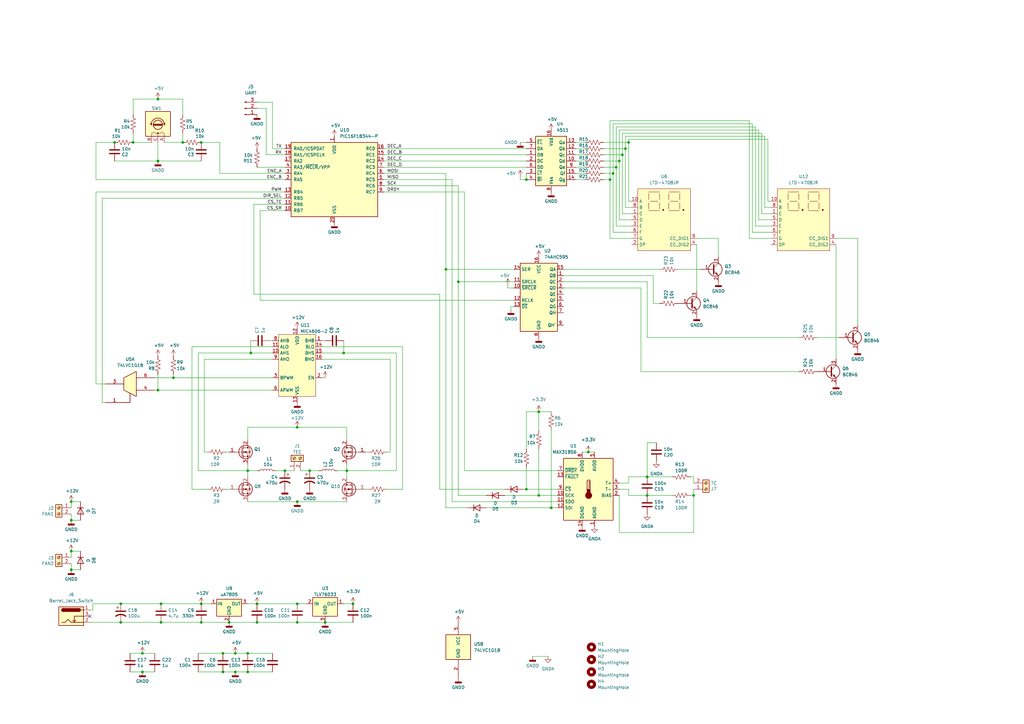
<source format=kicad_sch>
(kicad_sch (version 20231120) (generator "eeschema") (generator_version "8.0")
  (paper "A3")
  (junction (at 257.81 58.42))
  (junction (at 101.6 193.04))
  (junction (at 66.04 247.65))
  (junction (at 54.61 58.42))
  (junction (at 49.53 247.65))
  (junction (at 58.42 267.97))
  (junction (at 121.92 205.74))
  (junction (at 82.55 58.42))
  (junction (at 58.42 275.59))
  (junction (at 116.84 193.04))
  (junction (at 105.41 247.65))
  (junction (at 64.77 40.64))
  (junction (at 284.48 203.2))
  (junction (at 93.98 255.27))
  (junction (at 215.9 73.66))
  (junction (at 105.41 255.27))
  (junction (at 133.35 255.27))
  (junction (at 220.98 203.2))
  (junction (at 29.21 213.36))
  (junction (at 29.21 233.68))
  (junction (at 251.46 71.12))
  (junction (at 127 193.04))
  (junction (at 64.77 160.02))
  (junction (at 64.77 66.04))
  (junction (at 82.55 255.27))
  (junction (at 82.55 247.65))
  (junction (at 66.04 255.27))
  (junction (at 241.3 185.42))
  (junction (at 254 66.04))
  (junction (at 29.21 226.06))
  (junction (at 255.27 63.5))
  (junction (at 121.92 255.27))
  (junction (at 144.78 247.65))
  (junction (at 101.6 275.59))
  (junction (at 226.06 208.28))
  (junction (at 29.21 205.74))
  (junction (at 140.97 144.78))
  (junction (at 252.73 68.58))
  (junction (at 250.19 73.66))
  (junction (at 121.92 175.26))
  (junction (at 121.92 247.65))
  (junction (at 49.53 255.27))
  (junction (at 46.99 58.42))
  (junction (at 182.88 110.49))
  (junction (at 265.43 195.58))
  (junction (at 265.43 203.2))
  (junction (at 74.93 58.42))
  (junction (at 91.44 267.97))
  (junction (at 142.24 193.04))
  (junction (at 102.87 144.78))
  (junction (at 256.54 60.96))
  (junction (at 187.96 115.57))
  (junction (at 220.98 168.91))
  (junction (at 71.12 154.94))
  (junction (at 96.52 275.59))
  (junction (at 96.52 267.97))
  (junction (at 91.44 275.59))
  (junction (at 101.6 267.97))
  (junction (at 215.9 200.66))
  (no_connect (at 36.83 252.73))
  (wire (pts (xy 121.92 175.26) (xy 142.24 175.26)))
  (wire (pts (xy 257.81 58.42) (xy 257.81 82.55)))
  (wire (pts (xy 255.27 63.5) (xy 255.27 87.63)))
  (wire (pts (xy 105.41 68.58) (xy 116.84 68.58)))
  (wire (pts (xy 91.44 275.59) (xy 96.52 275.59)))
  (wire (pts (xy 142.24 190.5) (xy 142.24 193.04)))
  (wire (pts (xy 236.22 66.04) (xy 240.03 66.04)))
  (wire (pts (xy 284.48 200.66) (xy 284.48 203.2)))
  (wire (pts (xy 215.9 168.91) (xy 215.9 184.15)))
  (wire (pts (xy 92.71 200.66) (xy 93.98 200.66)))
  (wire (pts (xy 226.06 208.28) (xy 228.6 208.28)))
  (wire (pts (xy 312.42 87.63) (xy 312.42 54.61)))
  (wire (pts (xy 250.19 97.79) (xy 259.08 97.79)))
  (wire (pts (xy 231.14 115.57) (xy 265.43 115.57)))
  (wire (pts (xy 151.13 185.42) (xy 149.86 185.42)))
  (wire (pts (xy 78.74 142.24) (xy 111.76 142.24)))
  (wire (pts (xy 236.22 71.12) (xy 240.03 71.12)))
  (wire (pts (xy 342.9 97.79) (xy 351.79 97.79)))
  (wire (pts (xy 29.21 228.6) (xy 29.21 226.06)))
  (wire (pts (xy 63.5 160.02) (xy 64.77 160.02)))
  (wire (pts (xy 210.82 118.11) (xy 208.28 118.11)))
  (wire (pts (xy 101.6 175.26) (xy 121.92 175.26)))
  (wire (pts (xy 29.21 205.74) (xy 33.02 205.74)))
  (wire (pts (xy 215.9 200.66) (xy 228.6 200.66)))
  (wire (pts (xy 256.54 55.88) (xy 313.69 55.88)))
  (wire (pts (xy 307.34 97.79) (xy 307.34 49.53)))
  (wire (pts (xy 113.03 193.04) (xy 116.84 193.04)))
  (wire (pts (xy 162.56 193.04) (xy 142.24 193.04)))
  (wire (pts (xy 182.88 110.49) (xy 210.82 110.49)))
  (wire (pts (xy 39.37 78.74) (xy 39.37 157.48)))
  (wire (pts (xy 210.82 125.73) (xy 209.55 125.73)))
  (wire (pts (xy 157.48 68.58) (xy 215.9 68.58)))
  (wire (pts (xy 247.65 66.04) (xy 254 66.04)))
  (wire (pts (xy 83.82 185.42) (xy 85.09 185.42)))
  (wire (pts (xy 307.34 49.53) (xy 250.19 49.53)))
  (wire (pts (xy 54.61 40.64) (xy 64.77 40.64)))
  (wire (pts (xy 283.21 195.58) (xy 284.48 195.58)))
  (wire (pts (xy 265.43 195.58) (xy 275.59 195.58)))
  (wire (pts (xy 127 193.04) (xy 130.81 193.04)))
  (wire (pts (xy 247.65 58.42) (xy 257.81 58.42)))
  (wire (pts (xy 111.76 41.91) (xy 111.76 60.96)))
  (wire (pts (xy 262.89 118.11) (xy 262.89 152.4)))
  (wire (pts (xy 92.71 185.42) (xy 93.98 185.42)))
  (wire (pts (xy 257.81 198.12) (xy 254 198.12)))
  (wire (pts (xy 111.76 60.96) (xy 116.84 60.96)))
  (wire (pts (xy 38.1 250.19) (xy 36.83 250.19)))
  (wire (pts (xy 255.27 87.63) (xy 259.08 87.63)))
  (wire (pts (xy 41.91 81.28) (xy 41.91 165.1)))
  (wire (pts (xy 215.9 71.12) (xy 215.9 73.66)))
  (wire (pts (xy 185.42 73.66) (xy 185.42 205.74)))
  (wire (pts (xy 83.82 147.32) (xy 111.76 147.32)))
  (wire (pts (xy 257.81 195.58) (xy 257.81 198.12)))
  (wire (pts (xy 254 53.34) (xy 254 66.04)))
  (wire (pts (xy 38.1 250.19) (xy 38.1 247.65)))
  (wire (pts (xy 213.36 73.66) (xy 213.36 72.39)))
  (wire (pts (xy 96.52 267.97) (xy 91.44 267.97)))
  (wire (pts (xy 38.1 247.65) (xy 49.53 247.65)))
  (wire (pts (xy 39.37 73.66) (xy 39.37 58.42)))
  (wire (pts (xy 101.6 175.26) (xy 101.6 180.34)))
  (wire (pts (xy 158.75 200.66) (xy 165.1 200.66)))
  (wire (pts (xy 180.34 200.66) (xy 207.01 200.66)))
  (wire (pts (xy 106.68 86.36) (xy 116.84 86.36)))
  (wire (pts (xy 157.48 73.66) (xy 185.42 73.66)))
  (wire (pts (xy 149.86 200.66) (xy 151.13 200.66)))
  (wire (pts (xy 81.28 275.59) (xy 91.44 275.59)))
  (wire (pts (xy 101.6 193.04) (xy 101.6 190.5)))
  (wire (pts (xy 81.28 144.78) (xy 81.28 193.04)))
  (wire (pts (xy 81.28 267.97) (xy 91.44 267.97)))
  (wire (pts (xy 267.97 124.46) (xy 270.51 124.46)))
  (wire (pts (xy 64.77 160.02) (xy 111.76 160.02)))
  (wire (pts (xy 96.52 267.97) (xy 101.6 267.97)))
  (wire (pts (xy 259.08 85.09) (xy 256.54 85.09)))
  (wire (pts (xy 64.77 153.67) (xy 64.77 160.02)))
  (wire (pts (xy 247.65 60.96) (xy 256.54 60.96)))
  (wire (pts (xy 182.88 208.28) (xy 191.77 208.28)))
  (wire (pts (xy 247.65 73.66) (xy 250.19 73.66)))
  (wire (pts (xy 265.43 195.58) (xy 257.81 195.58)))
  (wire (pts (xy 228.6 193.04) (xy 190.5 193.04)))
  (wire (pts (xy 257.81 82.55) (xy 259.08 82.55)))
  (wire (pts (xy 121.92 255.27) (xy 133.35 255.27)))
  (wire (pts (xy 160.02 147.32) (xy 160.02 185.42)))
  (wire (pts (xy 250.19 73.66) (xy 250.19 97.79)))
  (wire (pts (xy 140.97 247.65) (xy 144.78 247.65)))
  (wire (pts (xy 64.77 40.64) (xy 74.93 40.64)))
  (wire (pts (xy 74.93 58.42) (xy 74.93 54.61)))
  (wire (pts (xy 309.88 92.71) (xy 309.88 52.07)))
  (wire (pts (xy 311.15 53.34) (xy 311.15 90.17)))
  (wire (pts (xy 308.61 50.8) (xy 308.61 95.25)))
  (wire (pts (xy 101.6 247.65) (xy 105.41 247.65)))
  (wire (pts (xy 82.55 58.42) (xy 90.17 58.42)))
  (wire (pts (xy 187.96 115.57) (xy 187.96 76.2)))
  (wire (pts (xy 162.56 144.78) (xy 162.56 193.04)))
  (wire (pts (xy 231.14 113.03) (xy 267.97 113.03)))
  (wire (pts (xy 49.53 247.65) (xy 66.04 247.65)))
  (wire (pts (xy 116.84 63.5) (xy 109.22 63.5)))
  (wire (pts (xy 284.48 203.2) (xy 283.21 203.2)))
  (wire (pts (xy 58.42 275.59) (xy 63.5 275.59)))
  (wire (pts (xy 102.87 139.7) (xy 102.87 144.78)))
  (wire (pts (xy 104.14 83.82) (xy 116.84 83.82)))
  (wire (pts (xy 254 218.44) (xy 284.48 218.44)))
  (wire (pts (xy 39.37 157.48) (xy 43.18 157.48)))
  (wire (pts (xy 267.97 124.46) (xy 267.97 113.03)))
  (wire (pts (xy 265.43 138.43) (xy 327.66 138.43)))
  (wire (pts (xy 335.28 138.43) (xy 344.17 138.43)))
  (wire (pts (xy 231.14 110.49) (xy 270.51 110.49)))
  (wire (pts (xy 78.74 200.66) (xy 85.09 200.66)))
  (wire (pts (xy 58.42 267.97) (xy 63.5 267.97)))
  (wire (pts (xy 109.22 44.45) (xy 105.41 44.45)))
  (wire (pts (xy 82.55 66.04) (xy 64.77 66.04)))
  (wire (pts (xy 29.21 210.82) (xy 29.21 213.36)))
  (wire (pts (xy 133.35 139.7) (xy 132.08 139.7)))
  (wire (pts (xy 66.04 255.27) (xy 82.55 255.27)))
  (wire (pts (xy 54.61 46.99) (xy 54.61 40.64)))
  (wire (pts (xy 66.04 247.65) (xy 82.55 247.65)))
  (wire (pts (xy 101.6 267.97) (xy 111.76 267.97)))
  (wire (pts (xy 314.96 82.55) (xy 316.23 82.55)))
  (wire (pts (xy 257.81 200.66) (xy 254 200.66)))
  (wire (pts (xy 257.81 57.15) (xy 314.96 57.15)))
  (wire (pts (xy 140.97 139.7) (xy 140.97 144.78)))
  (wire (pts (xy 254 53.34) (xy 311.15 53.34)))
  (wire (pts (xy 142.24 193.04) (xy 142.24 195.58)))
  (wire (pts (xy 182.88 71.12) (xy 157.48 71.12)))
  (wire (pts (xy 278.13 110.49) (xy 287.02 110.49)))
  (wire (pts (xy 257.81 203.2) (xy 257.81 200.66)))
  (wire (pts (xy 39.37 73.66) (xy 116.84 73.66)))
  (wire (pts (xy 29.21 231.14) (xy 29.21 233.68)))
  (wire (pts (xy 275.59 203.2) (xy 265.43 203.2)))
  (wire (pts (xy 210.82 123.19) (xy 106.68 123.19)))
  (wire (pts (xy 265.43 115.57) (xy 265.43 138.43)))
  (wire (pts (xy 251.46 50.8) (xy 251.46 71.12)))
  (wire (pts (xy 132.08 147.32) (xy 160.02 147.32)))
  (wire (pts (xy 308.61 95.25) (xy 316.23 95.25)))
  (wire (pts (xy 157.48 76.2) (xy 187.96 76.2)))
  (wire (pts (xy 67.31 58.42) (xy 74.93 58.42)))
  (wire (pts (xy 265.43 203.2) (xy 257.81 203.2)))
  (wire (pts (xy 121.92 247.65) (xy 125.73 247.65)))
  (wire (pts (xy 255.27 54.61) (xy 255.27 63.5)))
  (wire (pts (xy 218.44 269.24) (xy 224.79 269.24)))
  (wire (pts (xy 29.21 226.06) (xy 33.02 226.06)))
  (wire (pts (xy 46.99 66.04) (xy 64.77 66.04)))
  (wire (pts (xy 63.5 154.94) (xy 71.12 154.94)))
  (wire (pts (xy 109.22 63.5) (xy 109.22 44.45)))
  (wire (pts (xy 49.53 255.27) (xy 66.04 255.27)))
  (wire (pts (xy 351.79 97.79) (xy 351.79 133.35)))
  (wire (pts (xy 182.88 110.49) (xy 182.88 208.28)))
  (wire (pts (xy 165.1 142.24) (xy 132.08 142.24)))
  (wire (pts (xy 81.28 144.78) (xy 102.87 144.78)))
  (wire (pts (xy 250.19 49.53) (xy 250.19 73.66)))
  (wire (pts (xy 257.81 57.15) (xy 257.81 58.42)))
  (wire (pts (xy 213.36 58.42) (xy 215.9 58.42)))
  (wire (pts (xy 252.73 68.58) (xy 252.73 92.71)))
  (wire (pts (xy 256.54 60.96) (xy 256.54 85.09)))
  (wire (pts (xy 236.22 73.66) (xy 240.03 73.66)))
  (wire (pts (xy 265.43 181.61) (xy 269.24 181.61)))
  (wire (pts (xy 215.9 73.66) (xy 213.36 73.66)))
  (wire (pts (xy 138.43 193.04) (xy 142.24 193.04)))
  (wire (pts (xy 140.97 144.78) (xy 162.56 144.78)))
  (wire (pts (xy 285.75 97.79) (xy 294.64 97.79)))
  (wire (pts (xy 254 203.2) (xy 254 218.44)))
  (wire (pts (xy 165.1 142.24) (xy 165.1 200.66)))
  (wire (pts (xy 256.54 55.88) (xy 256.54 60.96)))
  (wire (pts (xy 252.73 52.07) (xy 252.73 68.58)))
  (wire (pts (xy 78.74 142.24) (xy 78.74 200.66)))
  (wire (pts (xy 284.48 218.44) (xy 284.48 203.2)))
  (wire (pts (xy 259.08 95.25) (xy 251.46 95.25)))
  (wire (pts (xy 265.43 195.58) (xy 265.43 181.61)))
  (wire (pts (xy 241.3 185.42) (xy 238.76 185.42)))
  (wire (pts (xy 62.23 58.42) (xy 54.61 58.42)))
  (wire (pts (xy 187.96 203.2) (xy 187.96 115.57)))
  (wire (pts (xy 247.65 63.5) (xy 255.27 63.5)))
  (wire (pts (xy 316.23 97.79) (xy 307.34 97.79)))
  (wire (pts (xy 132.08 144.78) (xy 140.97 144.78)))
  (wire (pts (xy 259.08 90.17) (xy 254 90.17)))
  (wire (pts (xy 41.91 165.1) (xy 43.18 165.1)))
  (wire (pts (xy 83.82 147.32) (xy 83.82 185.42)))
  (wire (pts (xy 90.17 71.12) (xy 116.84 71.12)))
  (wire (pts (xy 190.5 193.04) (xy 190.5 78.74)))
  (wire (pts (xy 101.6 275.59) (xy 111.76 275.59)))
  (wire (pts (xy 180.34 200.66) (xy 180.34 120.65)))
  (wire (pts (xy 101.6 205.74) (xy 121.92 205.74)))
  (wire (pts (xy 96.52 275.59) (xy 101.6 275.59)))
  (wire (pts (xy 208.28 118.11) (xy 208.28 116.84)))
  (wire (pts (xy 220.98 184.15) (xy 220.98 203.2)))
  (wire (pts (xy 182.88 71.12) (xy 182.88 110.49)))
  (wire (pts (xy 312.42 54.61) (xy 255.27 54.61)))
  (wire (pts (xy 104.14 120.65) (xy 104.14 83.82)))
  (wire (pts (xy 157.48 60.96) (xy 215.9 60.96)))
  (wire (pts (xy 142.24 175.26) (xy 142.24 180.34)))
  (wire (pts (xy 342.9 100.33) (xy 342.9 147.32)))
  (wire (pts (xy 226.06 168.91) (xy 220.98 168.91)))
  (wire (pts (xy 309.88 52.07) (xy 252.73 52.07)))
  (wire (pts (xy 71.12 153.67) (xy 71.12 154.94)))
  (wire (pts (xy 81.28 193.04) (xy 101.6 193.04)))
  (wire (pts (xy 33.02 233.68) (xy 29.21 233.68)))
  (wire (pts (xy 157.48 63.5) (xy 215.9 63.5)))
  (wire (pts (xy 157.48 66.04) (xy 215.9 66.04)))
  (wire (pts (xy 39.37 78.74) (xy 116.84 78.74)))
  (wire (pts (xy 215.9 191.77) (xy 215.9 200.66)))
  (wire (pts (xy 121.92 205.74) (xy 142.24 205.74)))
  (wire (pts (xy 102.87 144.78) (xy 111.76 144.78)))
  (wire (pts (xy 220.98 176.53) (xy 220.98 168.91)))
  (wire (pts (xy 243.84 185.42) (xy 241.3 185.42)))
  (wire (pts (xy 157.48 78.74) (xy 190.5 78.74)))
  (wire (pts (xy 247.65 68.58) (xy 252.73 68.58)))
  (wire (pts (xy 53.34 275.59) (xy 58.42 275.59)))
  (wire (pts (xy 187.96 115.57) (xy 210.82 115.57)))
  (wire (pts (xy 311.15 90.17) (xy 316.23 90.17)))
  (wire (pts (xy 236.22 68.58) (xy 240.03 68.58)))
  (wire (pts (xy 231.14 118.11) (xy 262.89 118.11)))
  (wire (pts (xy 93.98 255.27) (xy 105.41 255.27)))
  (wire (pts (xy 252.73 92.71) (xy 259.08 92.71)))
  (wire (pts (xy 247.65 71.12) (xy 251.46 71.12)))
  (wire (pts (xy 53.34 267.97) (xy 58.42 267.97)))
  (wire (pts (xy 101.6 193.04) (xy 101.6 195.58)))
  (wire (pts (xy 254 66.04) (xy 254 90.17)))
  (wire (pts (xy 185.42 205.74) (xy 228.6 205.74)))
  (wire (pts (xy 215.9 200.66) (xy 214.63 200.66)))
  (wire (pts (xy 133.35 255.27) (xy 144.78 255.27)))
  (wire (pts (xy 220.98 168.91) (xy 215.9 168.91)))
  (wire (pts (xy 41.91 81.28) (xy 116.84 81.28)))
  (wire (pts (xy 110.49 139.7) (xy 111.76 139.7)))
  (wire (pts (xy 105.41 247.65) (xy 121.92 247.65)))
  (wire (pts (xy 71.12 154.94) (xy 111.76 154.94)))
  (wire (pts (xy 199.39 208.28) (xy 226.06 208.28)))
  (wire (pts (xy 105.41 41.91) (xy 111.76 41.91)))
  (wire (pts (xy 123.19 193.04) (xy 127 193.04)))
  (wire (pts (xy 262.89 152.4) (xy 327.66 152.4)))
  (wire (pts (xy 209.55 125.73) (xy 209.55 127)))
  (wire (pts (xy 160.02 185.42) (xy 158.75 185.42)))
  (wire (pts (xy 236.22 60.96) (xy 240.03 60.96)))
  (wire (pts (xy 236.22 58.42) (xy 240.03 58.42)))
  (wire (pts (xy 133.35 154.94) (xy 132.08 154.94)))
  (wire (pts (xy 236.22 63.5) (xy 240.03 63.5)))
  (wire (pts (xy 313.69 85.09) (xy 316.23 85.09)))
  (wire (pts (xy 220.98 203.2) (xy 228.6 203.2)))
  (wire (pts (xy 251.46 71.12) (xy 251.46 95.25)))
  (wire (pts (xy 294.64 97.79) (xy 294.64 105.41)))
  (wire (pts (xy 33.02 213.36) (xy 29.21 213.36)))
  (wire (pts (xy 116.84 193.04) (xy 120.65 193.04)))
  (wire (pts (xy 106.68 123.19) (xy 106.68 86.36)))
  (wire (pts (xy 314.96 57.15) (xy 314.96 82.55)))
  (wire (pts (xy 285.75 100.33) (xy 285.75 119.38)))
  (wire (pts (xy 36.83 255.27) (xy 49.53 255.27)))
  (wire (pts (xy 74.93 40.64) (xy 74.93 46.99)))
  (wire (pts (xy 251.46 50.8) (xy 308.61 50.8)))
  (wire (pts (xy 101.6 193.04) (xy 105.41 193.04)))
  (wire (pts (xy 64.77 58.42) (xy 64.77 66.04)))
  (wire (pts (xy 39.37 58.42) (xy 46.99 58.42)))
  (wire (pts (xy 316.23 87.63) (xy 312.42 87.63)))
  (wire (pts (xy 180.34 120.65) (xy 104.14 120.65)))
  (wire (pts (xy 82.55 255.27) (xy 93.98 255.27)))
  (wire (pts (xy 54.61 58.42) (xy 54.61 54.61)))
  (wire (pts (xy 284.48 195.58) (xy 284.48 198.12)))
  (wire (pts (xy 29.21 208.28) (xy 29.21 205.74)))
  (wire (pts (xy 105.41 255.27) (xy 121.92 255.27)))
  (wire (pts (xy 90.17 58.42) (xy 90.17 71.12)))
  (wire (pts (xy 226.06 176.53) (xy 226.06 208.28)))
  (wire (pts (xy 313.69 55.88) (xy 313.69 85.09)))
  (wire (pts (xy 187.96 203.2) (xy 199.39 203.2)))
  (wire (pts (xy 207.01 203.2) (xy 220.98 203.2)))
  (wire (pts (xy 82.55 247.65) (xy 86.36 247.65)))
  (wire (pts (xy 316.23 92.71) (xy 309.88 92.71)))
  (label "MISO" (at 158.75 73.66 0))
  (label "TX" (at 115.57 60.96 180))
  (label "PWM" (at 115.57 78.74 180))
  (label "DEC_C" (at 158.75 66.04 0))
  (label "DEC_A" (at 158.75 60.96 0))
  (label "MOSI" (at 158.75 71.12 0))
  (label "DEC_D" (at 158.75 68.58 0))
  (label "RX" (at 115.57 63.5 180))
  (label "CS_SR" (at 115.57 86.36 180))
  (label "ENC_A" (at 115.57 71.12 180))
  (label "SCK" (at 158.75 76.2 0))
  (label "DIR_SEL" (at 115.57 81.28 180))
  (label "CS_TC" (at 115.57 83.82 180))
  (label "ENC_B" (at 115.57 73.66 180))
  (label "DRDY" (at 158.75 78.74 0))
  (label "DEC_B" (at 158.75 63.5 0))
  (symbol (lib_id "Device:L") (at 109.22 193.04 90) (unit 1)
    (property "Reference" "L1" (at 111.76 188.1886 90) (effects (justify left)))
    (property "Value" "10u" (at 111.76 190.5 90) (effects (justify left)))
    (property "Footprint" "Inductor_SMD:L_Wuerth_HCI-1890" (effects (hide yes)))
  )
  (symbol (lib_id "Connector:Screw_Terminal_01x02") (at 120.65 187.96 90) (unit 1)
    (property "Reference" "J1" (at 121.92 182.88 90))
    (property "Value" "TEC" (at 121.92 185.42 90))
    (property "Footprint" "TerminalBlock:TerminalBlock_bornier-2_P5.08mm" (effects (hide yes)))
  )
  (symbol (lib_id "Device:L") (at 134.62 193.04 90) (unit 1)
    (property "Reference" "L2" (at 133.4516 191.6938 0) (effects (justify left)))
    (property "Value" "10u" (at 135.763 191.6938 0) (effects (justify left)))
    (property "Footprint" "Inductor_SMD:L_Wuerth_HCI-1890" (effects (hide yes)))
  )
  (symbol (lib_id "Proofer_Project-rescue:CP1-Device") (at 116.84 196.85 0) (mirror y) (unit 1)
    (property "Reference" "C4" (at 113.919 195.6816 0) (effects (justify left)))
    (property "Value" "470u" (at 113.919 197.993 0) (effects (justify left)))
    (property "Footprint" "Capacitor_SMD:CP_Elec_10x10" (effects (hide yes)))
  )
  (symbol (lib_id "Proofer_Project-rescue:CP1-Device") (at 127 196.85 0) (unit 1)
    (property "Reference" "C5" (at 129.921 195.6816 0) (effects (justify left)))
    (property "Value" "470u" (at 129.921 197.993 0) (effects (justify left)))
    (property "Footprint" "Capacitor_SMD:CP_Elec_10x10" (effects (hide yes)))
  )
  (symbol (lib_id "power:+12V") (at 121.92 175.26 0) (unit 1)
    (property "Reference" "#PWR0107" (effects (hide yes)))
    (property "Value" "+12V" (at 121.92 171.45 0))
  )
  (symbol (lib_id "Device:D") (at 33.02 209.55 270) (unit 1)
    (property "Reference" "D7" (at 38.5318 209.55 0))
    (property "Value" "D" (at 36.2204 209.55 0))
    (property "Footprint" "Diode_SMD:D_SOD-123" (effects (hide yes)))
  )
  (symbol (lib_id "Connector:Screw_Terminal_01x02") (at 24.13 208.28 0) (mirror y) (unit 1)
    (property "Reference" "J2" (at 22.098 208.4832 0) (effects (justify left)))
    (property "Value" "FAN1" (at 22.098 210.7946 0) (effects (justify left)))
    (property "Footprint" "TerminalBlock:TerminalBlock_bornier-2_P5.08mm" (effects (hide yes)))
  )
  (symbol (lib_id "power:+12V") (at 29.21 205.74 0) (unit 1)
    (property "Reference" "#PWR0122" (effects (hide yes)))
    (property "Value" "+12V" (at 29.591 201.3458 0))
  )
  (symbol (lib_id "Device:D") (at 33.02 229.87 270) (unit 1)
    (property "Reference" "D8" (at 38.5318 229.87 0))
    (property "Value" "D" (at 36.2204 229.87 0))
    (property "Footprint" "Diode_SMD:D_SOD-123" (effects (hide yes)))
  )
  (symbol (lib_id "Connector:Screw_Terminal_01x02") (at 24.13 228.6 0) (mirror y) (unit 1)
    (property "Reference" "J3" (at 22.098 228.8032 0) (effects (justify left)))
    (property "Value" "FAN2" (at 22.098 231.1146 0) (effects (justify left)))
    (property "Footprint" "TerminalBlock:TerminalBlock_bornier-2_P5.08mm" (effects (hide yes)))
  )
  (symbol (lib_id "power:+12V") (at 29.21 226.06 0) (unit 1)
    (property "Reference" "#PWR0127" (effects (hide yes)))
    (property "Value" "+12V" (at 29.591 221.6658 0))
  )
  (symbol (lib_id "Device:R_US") (at 50.8 58.42 90) (unit 1)
    (property "Reference" "R1" (at 49.53 53.5686 90) (effects (justify left)))
    (property "Value" "10k" (at 49.53 55.88 90) (effects (justify left)))
    (property "Footprint" "Resistor_SMD:R_0805_2012Metric" (effects (hide yes)))
  )
  (symbol (lib_id "Device:R_US") (at 74.93 50.8 0) (mirror x) (unit 1)
    (property "Reference" "R5" (at 76.2 49.7586 0) (effects (justify left)))
    (property "Value" "10k" (at 76.2 52.07 0) (effects (justify left)))
    (property "Footprint" "Resistor_SMD:R_0805_2012Metric" (effects (hide yes)))
  )
  (symbol (lib_id "Device:R_US") (at 54.61 50.8 180) (unit 1)
    (property "Reference" "R4" (at 53.34 49.7586 0) (effects (justify left)))
    (property "Value" "10k" (at 53.34 52.07 0) (effects (justify left)))
    (property "Footprint" "Resistor_SMD:R_0805_2012Metric" (effects (hide yes)))
  )
  (symbol (lib_id "Device:R_US") (at 78.74 58.42 90) (unit 1)
    (property "Reference" "R10" (at 83.82 53.5686 90) (effects (justify left)))
    (property "Value" "10k" (at 83.82 55.88 90) (effects (justify left)))
    (property "Footprint" "Resistor_SMD:R_0805_2012Metric" (effects (hide yes)))
  )
  (symbol (lib_id "Device:C") (at 46.99 62.23 0) (mirror x) (unit 1)
    (property "Reference" "C2" (at 49.911 63.3984 0) (effects (justify left)))
    (property "Value" "10n" (at 49.911 61.087 0) (effects (justify left)))
    (property "Footprint" "Capacitor_SMD:C_0805_2012Metric" (effects (hide yes)))
  )
  (symbol (lib_id "Device:C") (at 82.55 62.23 180) (unit 1)
    (property "Reference" "C3" (at 79.629 63.3984 0) (effects (justify left)))
    (property "Value" "10n" (at 79.629 61.087 0) (effects (justify left)))
    (property "Footprint" "Capacitor_SMD:C_0805_2012Metric" (effects (hide yes)))
  )
  (symbol (lib_id "Device:C") (at 81.28 271.78 0) (mirror y) (unit 1)
    (property "Reference" "C1" (at 78.359 270.6116 0) (effects (justify left)))
    (property "Value" "100n" (at 78.359 272.923 0) (effects (justify left)))
    (property "Footprint" "Capacitor_SMD:C_0805_2012Metric" (effects (hide yes)))
  )
  (symbol (lib_id "Device:C") (at 91.44 271.78 0) (mirror y) (unit 1)
    (property "Reference" "C6" (at 88.519 270.6116 0) (effects (justify left)))
    (property "Value" "100n" (at 88.519 272.923 0) (effects (justify left)))
    (property "Footprint" "Capacitor_SMD:C_0805_2012Metric" (effects (hide yes)))
  )
  (symbol (lib_id "power:+5V") (at 96.52 267.97 0) (unit 1)
    (property "Reference" "#PWR0102" (effects (hide yes)))
    (property "Value" "+5V" (at 96.901 263.5758 0))
  )
  (symbol (lib_id "Proofer_Project-rescue:Rotary_Encoder-Device") (at 64.77 50.8 270) (mirror x) (unit 1)
    (property "Reference" "SW1" (at 62.23 44.45 90) (effects (justify left)))
    (property "Value" "Rotary_Encoder" (effects (hide yes)))
    (property "Footprint" "Rotary_Encoder:RotaryEncoder_Alps_EC11E-Switch_Vertical_H20mm" (effects (hide yes)))
  )
  (symbol (lib_id "Device:Q_NMOS_GDS") (at 99.06 200.66 0) (unit 1)
    (property "Reference" "Q8" (at 104.2416 199.4916 0) (effects (justify left)))
    (property "Value" "Q_NMOS_GDS" (effects (hide yes)))
    (property "Footprint" "Package_TO_SOT_SMD:TO-252-2" (effects (hide yes)))
  )
  (symbol (lib_id "Device:Q_NMOS_GDS") (at 144.78 200.66 0) (mirror y) (unit 1)
    (property "Reference" "Q10" (at 139.573 199.4916 0) (effects (justify left)))
    (property "Value" "Q_NMOS_GDS" (effects (hide yes)))
    (property "Footprint" "Package_TO_SOT_SMD:TO-252-2" (effects (hide yes)))
  )
  (symbol (lib_id "power:+5V") (at 64.77 40.64 0) (unit 1)
    (property "Reference" "#PWR0129" (effects (hide yes)))
    (property "Value" "+5V" (at 65.151 36.2458 0))
  )
  (symbol (lib_id "power:+12V") (at 82.55 247.65 0) (unit 1)
    (property "Reference" "#PWR0134" (effects (hide yes)))
    (property "Value" "+12V" (at 82.931 243.2558 0))
  )
  (symbol (lib_id "Device:C") (at 82.55 251.46 0) (mirror y) (unit 1)
    (property "Reference" "C9" (at 79.629 250.2916 0) (effects (justify left)))
    (property "Value" "330n" (at 79.629 252.603 0) (effects (justify left)))
    (property "Footprint" "Capacitor_SMD:C_0805_2012Metric" (effects (hide yes)))
  )
  (symbol (lib_id "Device:C") (at 105.41 251.46 0) (unit 1)
    (property "Reference" "C10" (at 108.331 250.2916 0) (effects (justify left)))
    (property "Value" "100n" (at 108.331 252.603 0) (effects (justify left)))
    (property "Footprint" "Capacitor_SMD:C_0805_2012Metric" (effects (hide yes)))
  )
  (symbol (lib_id "power:+5V") (at 105.41 247.65 0) (unit 1)
    (property "Reference" "#PWR0135" (effects (hide yes)))
    (property "Value" "+5V" (at 105.791 243.2558 0))
  )
  (symbol (lib_id "power:+5V") (at 137.16 55.88 0) (unit 1)
    (property "Reference" "#PWR0136" (effects (hide yes)))
    (property "Value" "+5V" (at 137.541 51.4858 0))
  )
  (symbol (lib_id "Device:R_US") (at 105.41 64.77 180) (unit 1)
    (property "Reference" "R11" (at 103.6828 65.9384 0) (effects (justify left)))
    (property "Value" "10k" (at 103.6828 63.627 0) (effects (justify left)))
    (property "Footprint" "Resistor_SMD:R_0805_2012Metric" (effects (hide yes)))
  )
  (symbol (lib_id "power:+5V") (at 105.41 60.96 0) (mirror y) (unit 1)
    (property "Reference" "#PWR0137" (effects (hide yes)))
    (property "Value" "+5V" (at 105.029 56.5658 0))
  )
  (symbol (lib_id "power:+5V") (at 226.06 53.34 0) (unit 1)
    (property "Reference" "#PWR0146" (effects (hide yes)))
    (property "Value" "+5V" (at 226.441 48.9458 0))
  )
  (symbol (lib_id "power:+5V") (at 213.36 72.39 0) (unit 1)
    (property "Reference" "#PWR0148" (effects (hide yes)))
    (property "Value" "+5V" (at 209.55 71.12 0))
  )
  (symbol (lib_id "Connector:Screw_Terminal_01x02") (at 289.56 200.66 0) (mirror x) (unit 1)
    (property "Reference" "J7" (at 291.592 200.4568 0) (effects (justify left)))
    (property "Value" "TC" (at 291.592 198.1454 0) (effects (justify left)))
    (property "Footprint" "TerminalBlock:TerminalBlock_bornier-2_P5.08mm" (effects (hide yes)))
  )
  (symbol (lib_id "Device:R_US") (at 274.32 124.46 90) (unit 1)
    (property "Reference" "R22" (at 273.1516 122.7328 0) (effects (justify left)))
    (property "Value" "10k" (at 275.463 122.7328 0) (effects (justify left)))
    (property "Footprint" "Resistor_SMD:R_0805_2012Metric" (effects (hide yes)))
  )
  (symbol (lib_id "Device:R_US") (at 274.32 110.49 90) (unit 1)
    (property "Reference" "R23" (at 273.1516 108.7628 0) (effects (justify left)))
    (property "Value" "10k" (at 275.463 108.7628 0) (effects (justify left)))
    (property "Footprint" "Resistor_SMD:R_0805_2012Metric" (effects (hide yes)))
  )
  (symbol (lib_id "Device:R_US") (at 331.47 152.4 90) (unit 1)
    (property "Reference" "R24" (at 330.3016 150.6728 0) (effects (justify left)))
    (property "Value" "10k" (at 332.613 150.6728 0) (effects (justify left)))
    (property "Footprint" "Resistor_SMD:R_0805_2012Metric" (effects (hide yes)))
  )
  (symbol (lib_id "Device:R_US") (at 331.47 138.43 90) (unit 1)
    (property "Reference" "R25" (at 330.3016 136.7028 0) (effects (justify left)))
    (property "Value" "10k" (at 332.613 136.7028 0) (effects (justify left)))
    (property "Footprint" "Resistor_SMD:R_0805_2012Metric" (effects (hide yes)))
  )
  (symbol (lib_id "Device:R_US") (at 243.84 58.42 90) (unit 1)
    (property "Reference" "R15" (at 241.3 57.15 90) (effects (justify left)))
    (property "Value" "R_US" (effects (hide yes)))
    (property "Footprint" "Resistor_SMD:R_0805_2012Metric" (effects (hide yes)))
  )
  (symbol (lib_id "Device:R_US") (at 243.84 60.96 90) (unit 1)
    (property "Reference" "R16" (at 241.3 59.69 90) (effects (justify left)))
    (property "Value" "R_US" (effects (hide yes)))
    (property "Footprint" "Resistor_SMD:R_0805_2012Metric" (effects (hide yes)))
  )
  (symbol (lib_id "Device:R_US") (at 243.84 63.5 90) (unit 1)
    (property "Reference" "R17" (at 241.3 62.23 90) (effects (justify left)))
    (property "Value" "R_US" (effects (hide yes)))
    (property "Footprint" "Resistor_SMD:R_0805_2012Metric" (effects (hide yes)))
  )
  (symbol (lib_id "Device:R_US") (at 243.84 66.04 90) (unit 1)
    (property "Reference" "R18" (at 241.3 64.77 90) (effects (justify left)))
    (property "Value" "R_US" (effects (hide yes)))
    (property "Footprint" "Resistor_SMD:R_0805_2012Metric" (effects (hide yes)))
  )
  (symbol (lib_id "Device:R_US") (at 243.84 68.58 90) (unit 1)
    (property "Reference" "R19" (at 241.3 67.31 90) (effects (justify left)))
    (property "Value" "R_US" (effects (hide yes)))
    (property "Footprint" "Resistor_SMD:R_0805_2012Metric" (effects (hide yes)))
  )
  (symbol (lib_id "Device:R_US") (at 243.84 71.12 90) (unit 1)
    (property "Reference" "R20" (at 241.3 69.85 90) (effects (justify left)))
    (property "Value" "R_US" (effects (hide yes)))
    (property "Footprint" "Resistor_SMD:R_0805_2012Metric" (effects (hide yes)))
  )
  (symbol (lib_id "Device:R_US") (at 243.84 73.66 90) (unit 1)
    (property "Reference" "R21" (at 241.3 72.39 90) (effects (justify left)))
    (property "Value" "R_US" (effects (hide yes)))
    (property "Footprint" "Resistor_SMD:R_0805_2012Metric" (effects (hide yes)))
  )
  (symbol (lib_id "Connector:Conn_01x03_Pin") (at 100.33 44.45 0) (mirror x) (unit 1)
    (property "Reference" "J5" (at 102.87 35.56 0))
    (property "Value" "UART" (at 102.87 38.1 0))
    (property "Footprint" "Connector_PinHeader_2.54mm:PinHeader_1x03_P2.54mm_Horizontal" (effects (hide yes)))
  )
  (symbol (lib_id "power:+5V") (at 208.28 116.84 0) (unit 1)
    (property "Reference" "#PWR023" (effects (hide yes)))
    (property "Value" "+5V" (at 207.01 113.03 0))
  )
  (symbol (lib_id "74xx:74AHC595") (at 220.98 120.65 0) (unit 1)
    (property "Reference" "U2" (at 223.1741 102.87 0) (effects (justify left)))
    (property "Value" "74AHC595" (at 223.1741 105.41 0) (effects (justify left)))
    (property "Footprint" "Package_SO:SOIC-16_3.9x9.9mm_P1.27mm" (effects (hide yes)))
    (property "Datasheet" "https://assets.nexperia.com/documents/data-sheet/74AHC_AHCT595.pdf" (effects (hide yes)))
  )
  (symbol (lib_id "Device:C") (at 265.43 199.39 0) (mirror x) (unit 1)
    (property "Reference" "C15" (at 268.351 200.5584 0) (effects (justify left)))
    (property "Value" "100n" (at 268.351 198.247 0) (effects (justify left)))
    (property "Footprint" "Capacitor_SMD:C_0805_2012Metric" (effects (hide yes)))
  )
  (symbol (lib_id "power:GNDD") (at 226.06 78.74 0) (unit 1)
    (property "Reference" "#PWR033" (effects (hide yes)))
    (property "Value" "GNDD" (at 226.06 82.55 0))
  )
  (symbol (lib_id "power:GNDD") (at 218.44 269.24 0) (unit 1)
    (property "Reference" "#PWR039" (effects (hide yes)))
    (property "Value" "GNDD" (at 218.44 273.05 0))
  )
  (symbol (lib_id "Device:D") (at 210.82 200.66 0) (mirror x) (unit 1)
    (property "Reference" "D3" (at 210.82 206.1718 0))
    (property "Value" "D" (at 210.82 203.8604 0))
    (property "Footprint" "Diode_SMD:D_SOD-123" (effects (hide yes)))
  )
  (symbol (lib_id "power:GNDD") (at 285.75 129.54 0) (unit 1)
    (property "Reference" "#PWR036" (effects (hide yes)))
    (property "Value" "GNDD" (at 285.75 133.35 0))
  )
  (symbol (lib_id "power:GNDD") (at 29.21 213.36 0) (unit 1)
    (property "Reference" "#PWR05" (effects (hide yes)))
    (property "Value" "GNDD" (at 29.21 217.17 0))
  )
  (symbol (lib_id "1_CUSTOM:TLV76033") (at 133.35 247.65 0) (unit 1)
    (property "Reference" "U3" (at 133.35 241.3 0))
    (property "Value" "TLV76033" (at 133.35 243.84 0))
    (property "Footprint" "Package_TO_SOT_SMD:SOT-23" (effects (hide yes)))
  )
  (symbol (lib_id "Device:D") (at 203.2 203.2 0) (mirror x) (unit 1)
    (property "Reference" "D5" (at 203.2 208.7118 0))
    (property "Value" "D" (at 203.2 206.4004 0))
    (property "Footprint" "Diode_SMD:D_SOD-123" (effects (hide yes)))
  )
  (symbol (lib_id "74xGxx:74LVC1G18") (at 187.96 265.43 0) (unit 2)
    (property "Reference" "U5" (at 194.31 264.16 0) (effects (justify left)))
    (property "Value" "74LVC1G18" (at 194.31 266.7 0) (effects (justify left)))
    (property "Footprint" "Package_TO_SOT_SMD:SOT-23-6" (effects (hide yes)))
    (property "Datasheet" "http://www.ti.com/lit/sg/scyt129e/scyt129e.pdf" (effects (hide yes)))
  )
  (symbol (lib_id "Device:R_US") (at 226.06 172.72 0) (unit 1)
    (property "Reference" "R6" (at 227.33 171.45 0) (effects (justify left)))
    (property "Value" "10k" (at 227.33 173.99 0) (effects (justify left)))
    (property "Footprint" "Resistor_SMD:R_0805_2012Metric" (effects (hide yes)))
  )
  (symbol (lib_id "Mechanical:MountingHole") (at 242.57 275.59 0) (unit 1)
    (property "Reference" "H3" (at 245.11 274.32 0) (effects (justify left)))
    (property "Value" "MountingHole" (at 245.11 276.86 0) (effects (justify left)))
    (property "Footprint" "MountingHole:MountingHole_3.2mm_M3" (effects (hide yes)))
  )
  (symbol (lib_id "Device:Q_NMOS_GDS") (at 99.06 185.42 0) (unit 1)
    (property "Reference" "Q1" (at 104.2416 184.2516 0) (effects (justify left)))
    (property "Value" "Q_NMOS_GDS" (effects (hide yes)))
    (property "Footprint" "Package_TO_SOT_SMD:TO-252-2" (effects (hide yes)))
  )
  (symbol (lib_id "power:GNDD") (at 105.41 46.99 0) (unit 1)
    (property "Reference" "#PWR030" (effects (hide yes)))
    (property "Value" "GNDD" (at 105.41 50.8 0))
  )
  (symbol (lib_id "Device:R_US") (at 88.9 200.66 90) (unit 1)
    (property "Reference" "R3" (at 90.17 203.2 90) (effects (justify left)))
    (property "Value" "2R" (at 90.17 205.74 90) (effects (justify left)))
    (property "Footprint" "Resistor_SMD:R_0805_2012Metric" (effects (hide yes)))
  )
  (symbol (lib_id "Mechanical:MountingHole") (at 242.57 265.43 0) (unit 1)
    (property "Reference" "H1" (at 245.11 264.16 0) (effects (justify left)))
    (property "Value" "MountingHole" (at 245.11 266.7 0) (effects (justify left)))
    (property "Footprint" "MountingHole:MountingHole_3.2mm_M3" (effects (hide yes)))
  )
  (symbol (lib_id "power:+5V") (at 64.77 146.05 0) (unit 1)
    (property "Reference" "#PWR01" (effects (hide yes)))
    (property "Value" "+5V" (at 65.151 141.6558 0))
  )
  (symbol (lib_id "MCU_Microchip_PIC16:PIC16F18344-P") (at 137.16 73.66 0) (unit 1)
    (property "Reference" "U10" (at 139.3541 53.34 0) (effects (justify left)))
    (property "Value" "PIC16F18344-P" (at 139.3541 55.88 0) (effects (justify left)))
    (property "Footprint" "Package_DIP:DIP-20_W7.62mm" (effects (hide yes)))
    (property "Datasheet" "http://ww1.microchip.com/downloads/en/devicedoc/40001800a.pdf" (effects (hide yes)))
  )
  (symbol (lib_id "Transistor_BJT:BC846") (at 292.1 110.49 0) (unit 1)
    (property "Reference" "Q3" (at 297.18 109.22 0) (effects (justify left)))
    (property "Value" "BC846" (at 297.18 111.76 0) (effects (justify left)))
    (property "Footprint" "Package_TO_SOT_SMD:SOT-23" (effects (hide yes)))
    (property "Datasheet" "https://assets.nexperia.com/documents/data-sheet/BC846_SER.pdf" (effects (hide yes)))
  )
  (symbol (lib_id "power:GNDD") (at 187.96 278.13 0) (unit 1)
    (property "Reference" "#PWR011" (effects (hide yes)))
    (property "Value" "GNDD" (at 187.96 281.94 0))
  )
  (symbol (lib_id "Device:C") (at 144.78 251.46 0) (unit 1)
    (property "Reference" "C12" (at 147.701 250.2916 0) (effects (justify left)))
    (property "Value" "100n" (at 147.701 252.603 0) (effects (justify left)))
    (property "Footprint" "Capacitor_SMD:C_0805_2012Metric" (effects (hide yes)))
  )
  (symbol (lib_id "Device:R_US") (at 279.4 195.58 270) (mirror x) (unit 1)
    (property "Reference" "R13" (at 276.86 190.5 90) (effects (justify left)))
    (property "Value" "100R" (at 276.86 193.04 90) (effects (justify left)))
    (property "Footprint" "Resistor_SMD:R_0805_2012Metric" (effects (hide yes)))
  )
  (symbol (lib_id "Device:C") (at 265.43 207.01 0) (mirror x) (unit 1)
    (property "Reference" "C19" (at 268.351 208.1784 0) (effects (justify left)))
    (property "Value" "10n" (at 268.351 205.867 0) (effects (justify left)))
    (property "Footprint" "Capacitor_SMD:C_0805_2012Metric" (effects (hide yes)))
  )
  (symbol (lib_id "74xGxx:74LVC1G18") (at 53.34 157.48 0) (unit 1)
    (property "Reference" "U5" (at 53.34 147.32 0))
    (property "Value" "74LVC1G18" (at 53.34 149.86 0))
    (property "Footprint" "Package_TO_SOT_SMD:SOT-23-6" (effects (hide yes)))
    (property "Datasheet" "http://www.ti.com/lit/sg/scyt129e/scyt129e.pdf" (effects (hide yes)))
  )
  (symbol (lib_id "Device:C") (at 269.24 185.42 0) (mirror x) (unit 1)
    (property "Reference" "C20" (at 272.161 186.5884 0) (effects (justify left)))
    (property "Value" "10n" (at 272.161 184.277 0) (effects (justify left)))
    (property "Footprint" "Capacitor_SMD:C_0805_2012Metric" (effects (hide yes)))
  )
  (symbol (lib_id "Device:Q_NMOS_GDS") (at 144.78 185.42 0) (mirror y) (unit 1)
    (property "Reference" "Q2" (at 139.573 184.2516 0) (effects (justify left)))
    (property "Value" "Q_NMOS_GDS" (effects (hide yes)))
    (property "Footprint" "Package_TO_SOT_SMD:TO-252-2" (effects (hide yes)))
  )
  (symbol (lib_id "power:GNDD") (at 93.98 255.27 0) (unit 1)
    (property "Reference" "#PWR014" (effects (hide yes)))
    (property "Value" "GNDD" (at 93.98 259.08 0))
  )
  (symbol (lib_id "power:+3.3V") (at 220.98 168.91 0) (mirror y) (unit 1)
    (property "Reference" "#PWR013" (effects (hide yes)))
    (property "Value" "+3.3V" (at 220.98 163.83 0))
  )
  (symbol (lib_id "Device:R_US") (at 279.4 203.2 270) (mirror x) (unit 1)
    (property "Reference" "R14" (at 276.86 205.74 90) (effects (justify left)))
    (property "Value" "100R" (at 276.86 208.28 90) (effects (justify left)))
    (property "Footprint" "Resistor_SMD:R_0805_2012Metric" (effects (hide yes)))
  )
  (symbol (lib_id "Connector:Barrel_Jack_Switch") (at 29.21 252.73 0) (unit 1)
    (property "Reference" "J6" (at 29.21 243.84 0))
    (property "Value" "Barrel_Jack_Switch" (at 29.21 246.38 0))
    (property "Footprint" "1_CUSTOM:RASM10PS" (effects (hide yes)))
  )
  (symbol (lib_id "power:GNDA") (at 269.24 189.23 0) (unit 1)
    (property "Reference" "#PWR020" (effects (hide yes)))
    (property "Value" "GNDA" (at 269.24 194.31 0))
  )
  (symbol (lib_id "Transistor_BJT:BC846") (at 349.25 138.43 0) (unit 1)
    (property "Reference" "Q5" (at 354.33 137.16 0) (effects (justify left)))
    (property "Value" "BC846" (at 354.33 139.7 0) (effects (justify left)))
    (property "Footprint" "Package_TO_SOT_SMD:SOT-23" (effects (hide yes)))
    (property "Datasheet" "https://assets.nexperia.com/documents/data-sheet/BC846_SER.pdf" (effects (hide yes)))
  )
  (symbol (lib_id "Device:C") (at 101.6 271.78 0) (mirror y) (unit 1)
    (property "Reference" "C13" (at 98.679 270.6116 0) (effects (justify left)))
    (property "Value" "100n" (at 98.679 272.923 0) (effects (justify left)))
    (property "Footprint" "Capacitor_SMD:C_0805_2012Metric" (effects (hide yes)))
  )
  (symbol (lib_id "power:+12V") (at 121.92 134.62 0) (unit 1)
    (property "Reference" "#PWR02" (effects (hide yes)))
    (property "Value" "+12V" (at 122.301 130.2258 0))
  )
  (symbol (lib_id "Device:C") (at 111.76 271.78 0) (mirror y) (unit 1)
    (property "Reference" "C16" (at 108.839 270.6116 0) (effects (justify left)))
    (property "Value" "100n" (at 108.839 272.923 0) (effects (justify left)))
    (property "Footprint" "Capacitor_SMD:C_0805_2012Metric" (effects (hide yes)))
  )
  (symbol (lib_id "Device:R_US") (at 88.9 185.42 90) (unit 1)
    (property "Reference" "R2" (at 90.17 187.96 90) (effects (justify left)))
    (property "Value" "10R" (at 90.17 190.5 90) (effects (justify left)))
    (property "Footprint" "Resistor_SMD:R_0805_2012Metric" (effects (hide yes)))
  )
  (symbol (lib_id "Mechanical:MountingHole") (at 242.57 270.51 0) (unit 1)
    (property "Reference" "H2" (at 245.11 269.24 0) (effects (justify left)))
    (property "Value" "MountingHole" (at 245.11 271.78 0) (effects (justify left)))
    (property "Footprint" "MountingHole:MountingHole_3.2mm_M3" (effects (hide yes)))
  )
  (symbol (lib_id "power:GNDD") (at 127 200.66 0) (unit 1)
    (property "Reference" "#PWR028" (effects (hide yes)))
    (property "Value" "GNDD" (at 127 204.47 0))
  )
  (symbol (lib_id "Sensor_Temperature:MAX31856") (at 241.3 200.66 0) (mirror y) (unit 1)
    (property "Reference" "U1" (at 236.5659 182.88 0) (effects (justify left)))
    (property "Value" "MAX31856" (at 236.5659 185.42 0) (effects (justify left)))
    (property "Footprint" "Package_SO:TSSOP-14_4.4x5mm_P0.65mm" (effects (hide yes)))
    (property "Datasheet" "https://datasheets.maximintegrated.com/en/ds/MAX31856.pdf" (effects (hide yes)))
  )
  (symbol (lib_id "power:+12V") (at 58.42 267.97 0) (unit 1)
    (property "Reference" "#PWR08" (effects (hide yes)))
    (property "Value" "+12V" (at 58.801 263.5758 0))
  )
  (symbol (lib_id "Device:D") (at 195.58 208.28 0) (mirror x) (unit 1)
    (property "Reference" "D4" (at 195.58 213.7918 0))
    (property "Value" "D" (at 195.58 211.4804 0))
    (property "Footprint" "Diode_SMD:D_SOD-123" (effects (hide yes)))
  )
  (symbol (lib_id "power:GNDD") (at 137.16 91.44 0) (unit 1)
    (property "Reference" "#PWR032" (effects (hide yes)))
    (property "Value" "GNDD" (at 137.16 95.25 0))
  )
  (symbol (lib_id "Device:C") (at 106.68 139.7 90) (unit 1)
    (property "Reference" "C7" (at 105.5116 136.779 0) (effects (justify left)))
    (property "Value" "1u" (at 107.823 136.779 0) (effects (justify left)))
    (property "Footprint" "Capacitor_SMD:C_0805_2012Metric" (effects (hide yes)))
  )
  (symbol (lib_id "power:GNDD") (at 220.98 138.43 0) (unit 1)
    (property "Reference" "#PWR035" (effects (hide yes)))
    (property "Value" "GNDD" (at 220.98 142.24 0))
  )
  (symbol (lib_id "Device:R_US") (at 154.94 185.42 90) (unit 1)
    (property "Reference" "R26" (at 156.21 187.96 90) (effects (justify left)))
    (property "Value" "10R" (at 156.21 190.5 90) (effects (justify left)))
    (property "Footprint" "Resistor_SMD:R_0805_2012Metric" (effects (hide yes)))
  )
  (symbol (lib_id "Device:C") (at 53.34 271.78 0) (unit 1)
    (property "Reference" "C17" (at 56.261 270.6116 0) (effects (justify left)))
    (property "Value" "1u" (at 56.261 272.923 0) (effects (justify left)))
    (property "Footprint" "Capacitor_SMD:C_0805_2012Metric" (effects (hide yes)))
  )
  (symbol (lib_id "power:GNDD") (at 351.79 143.51 0) (unit 1)
    (property "Reference" "#PWR037" (effects (hide yes)))
    (property "Value" "GNDD" (at 351.79 147.32 0))
  )
  (symbol (lib_id "Device:C") (at 66.04 251.46 0) (unit 1)
    (property "Reference" "C14" (at 68.961 250.2916 0) (effects (justify left)))
    (property "Value" "4.7u" (at 68.961 252.603 0) (effects (justify left)))
    (property "Footprint" "Capacitor_SMD:C_0805_2012Metric" (effects (hide yes)))
  )
  (symbol (lib_id "power:+12V") (at 133.35 154.94 0) (unit 1)
    (property "Reference" "#PWR04" (effects (hide yes)))
    (property "Value" "+12V" (at 133.731 150.5458 0))
  )
  (symbol (lib_id "1_CUSTOM:LTD-4708JR") (at 330.2 82.55 0) (unit 1)
    (property "Reference" "U12" (at 329.565 72.39 0))
    (property "Value" "LTD-4708JR" (at 329.565 74.93 0))
    (property "Footprint" "1_CUSTOM:LTD-4708JR" (effects (hide yes)))
  )
  (symbol (lib_id "power:GNDD") (at 116.84 200.66 0) (unit 1)
    (property "Reference" "#PWR027" (effects (hide yes)))
    (property "Value" "GNDD" (at 116.84 204.47 0))
  )
  (symbol (lib_id "power:GNDA") (at 265.43 210.82 0) (unit 1)
    (property "Reference" "#PWR019" (effects (hide yes)))
    (property "Value" "GNDA" (at 265.43 215.9 0))
  )
  (symbol (lib_id "1_CUSTOM:LTD-4708JR") (at 273.05 82.55 0) (unit 1)
    (property "Reference" "U6" (at 272.415 72.39 0))
    (property "Value" "LTD-4708JR" (at 272.415 74.93 0))
    (property "Footprint" "1_CUSTOM:LTD-4708JR" (effects (hide yes)))
  )
  (symbol (lib_id "power:GNDD") (at 29.21 233.68 0) (unit 1)
    (property "Reference" "#PWR017" (effects (hide yes)))
    (property "Value" "GNDD" (at 29.21 237.49 0))
  )
  (symbol (lib_id "power:GNDD") (at 342.9 157.48 0) (unit 1)
    (property "Reference" "#PWR038" (effects (hide yes)))
    (property "Value" "GNDD" (at 342.9 161.29 0))
  )
  (symbol (lib_id "Regulator_Linear:uA7805") (at 93.98 247.65 0) (unit 1)
    (property "Reference" "U9" (at 93.98 241.3 0))
    (property "Value" "uA7805" (at 93.98 243.84 0))
    (property "Footprint" "Package_TO_SOT_SMD:SOT-223" (effects (hide yes)))
    (property "Datasheet" "http://www.ti.com/lit/ds/symlink/ua78.pdf" (effects (hide yes)))
  )
  (symbol (lib_id "Transistor_BJT:BC846") (at 340.36 152.4 0) (unit 1)
    (property "Reference" "Q6" (at 345.44 151.13 0) (effects (justify left)))
    (property "Value" "BC846" (at 345.44 153.67 0) (effects (justify left)))
    (property "Footprint" "Package_TO_SOT_SMD:SOT-23" (effects (hide yes)))
    (property "Datasheet" "https://assets.nexperia.com/documents/data-sheet/BC846_SER.pdf" (effects (hide yes)))
  )
  (symbol (lib_id "power:GNDD") (at 209.55 127 0) (unit 1)
    (property "Reference" "#PWR034" (effects (hide yes)))
    (property "Value" "GNDD" (at 209.55 130.81 0))
  )
  (symbol (lib_id "Device:C") (at 137.16 139.7 90) (unit 1)
    (property "Reference" "C8" (at 135.9916 136.779 0) (effects (justify left)))
    (property "Value" "1u" (at 138.303 136.779 0) (effects (justify left)))
    (property "Footprint" "Capacitor_SMD:C_0805_2012Metric" (effects (hide yes)))
  )
  (symbol (lib_id "Device:C") (at 121.92 251.46 0) (mirror y) (unit 1)
    (property "Reference" "C11" (at 118.999 250.2916 0) (effects (justify left)))
    (property "Value" "100n" (at 118.999 252.603 0) (effects (justify left)))
    (property "Footprint" "Capacitor_SMD:C_0805_2012Metric" (effects (hide yes)))
  )
  (symbol (lib_id "power:GNDD") (at 294.64 115.57 0) (unit 1)
    (property "Reference" "#PWR022" (effects (hide yes)))
    (property "Value" "GNDD" (at 294.64 119.38 0))
  )
  (symbol (lib_id "Device:R_US") (at 64.77 149.86 180) (unit 1)
    (property "Reference" "R8" (at 63.5 151.13 0) (effects (justify left)))
    (property "Value" "10k" (at 63.5 148.59 0) (effects (justify left)))
    (property "Footprint" "Resistor_SMD:R_0805_2012Metric" (effects (hide yes)))
  )
  (symbol (lib_id "Device:R_US") (at 215.9 187.96 0) (mirror y) (unit 1)
    (property "Reference" "R12" (at 214.63 186.69 0) (effects (justify left)))
    (property "Value" "10k" (at 214.63 189.23 0) (effects (justify left)))
    (property "Footprint" "Resistor_SMD:R_0805_2012Metric" (effects (hide yes)))
  )
  (symbol (lib_id "Mechanical:MountingHole") (at 242.57 280.67 0) (unit 1)
    (property "Reference" "H4" (at 245.11 279.4 0) (effects (justify left)))
    (property "Value" "MountingHole" (at 245.11 281.94 0) (effects (justify left)))
    (property "Footprint" "MountingHole:MountingHole_3.2mm_M3" (effects (hide yes)))
  )
  (symbol (lib_id "Device:C") (at 63.5 271.78 0) (unit 1)
    (property "Reference" "C22" (at 66.421 270.6116 0) (effects (justify left)))
    (property "Value" "1u" (at 66.421 272.923 0) (effects (justify left)))
    (property "Footprint" "Capacitor_SMD:C_0805_2012Metric" (effects (hide yes)))
  )
  (symbol (lib_id "power:GNDD") (at 121.92 165.1 0) (unit 1)
    (property "Reference" "#PWR029" (effects (hide yes)))
    (property "Value" "GNDD" (at 121.92 168.91 0))
  )
  (symbol (lib_id "Transistor_BJT:BC846") (at 283.21 124.46 0) (unit 1)
    (property "Reference" "Q4" (at 288.29 123.19 0) (effects (justify left)))
    (property "Value" "BC846" (at 288.29 125.73 0) (effects (justify left)))
    (property "Footprint" "Package_TO_SOT_SMD:SOT-23" (effects (hide yes)))
    (property "Datasheet" "https://assets.nexperia.com/documents/data-sheet/BC846_SER.pdf" (effects (hide yes)))
  )
  (symbol (lib_id "power:+3.3V") (at 241.3 185.42 0) (mirror y) (unit 1)
    (property "Reference" "#PWR012" (effects (hide yes)))
    (property "Value" "+3.3V" (at 241.3 180.34 0))
  )
  (symbol (lib_id "Device:R_US") (at 71.12 149.86 0) (unit 1)
    (property "Reference" "R9" (at 72.39 148.59 0) (effects (justify left)))
    (property "Value" "10k" (at 72.39 151.13 0) (effects (justify left)))
    (property "Footprint" "Resistor_SMD:R_0805_2012Metric" (effects (hide yes)))
  )
  (symbol (lib_id "Device:R_US") (at 154.94 200.66 90) (unit 1)
    (property "Reference" "R27" (at 156.21 203.2 90) (effects (justify left)))
    (property "Value" "2R" (at 156.21 205.74 90) (effects (justify left)))
    (property "Footprint" "Resistor_SMD:R_0805_2012Metric" (effects (hide yes)))
  )
  (symbol (lib_id "power:GNDD") (at 213.36 58.42 0) (unit 1)
    (property "Reference" "#PWR016" (effects (hide yes)))
    (property "Value" "GNDD" (at 209.55 58.42 0))
  )
  (symbol (lib_id "power:GNDD") (at 64.77 66.04 0) (unit 1)
    (property "Reference" "#PWR018" (effects (hide yes)))
    (property "Value" "GNDD" (at 64.77 69.85 0))
  )
  (symbol (lib_id "4xxx_IEEE:4511") (at 226.06 66.04 0) (unit 1)
    (property "Reference" "U4" (at 228.2541 50.8 0) (effects (justify left)))
    (property "Value" "4511" (at 228.2541 53.34 0) (effects (justify left)))
    (property "Footprint" "Package_SO:SOIC-16W_5.3x10.2mm_P1.27mm" (effects (hide yes)))
  )
  (symbol (lib_id "Proofer_Project-rescue:CP1-Device") (at 49.53 251.46 0) (unit 1)
    (property "Reference" "C18" (at 52.451 250.2916 0) (effects (justify left)))
    (property "Value" "100u" (at 52.451 252.603 0) (effects (justify left)))
    (property "Footprint" "Capacitor_SMD:C_Elec_6.3x5.4" (effects (hide yes)))
  )
  (symbol (lib_id "power:GNDD") (at 133.35 255.27 0) (unit 1)
    (property "Reference" "#PWR021" (effects (hide yes)))
    (property "Value" "GNDD" (at 133.35 259.08 0))
  )
  (symbol (lib_id "power:+5V") (at 220.98 105.41 0) (unit 1)
    (property "Reference" "#PWR015" (effects (hide yes)))
    (property "Value" "+5V" (at 221.361 101.0158 0))
  )
  (symbol (lib_id "power:GNDA") (at 243.84 215.9 0) (unit 1)
    (property "Reference" "#PWR024" (effects (hide yes)))
    (property "Value" "GNDA" (at 243.84 220.98 0))
  )
  (symbol (lib_id "power:GNDD") (at 238.76 215.9 0) (unit 1)
    (property "Reference" "#PWR025" (effects (hide yes)))
    (property "Value" "GNDD" (at 238.76 219.71 0))
  )
  (symbol (lib_id "1_CUSTOM:MIC4606-2") (at 121.92 144.78 0) (unit 1)
    (property "Reference" "U11" (at 123.19 133.35 0) (effects (justify left)))
    (property "Value" "MIC4606-2" (at 123.19 135.89 0) (effects (justify left)))
    (property "Footprint" "Package_SO:TSSOP-16_4.4x5mm_P0.65mm" (effects (hide yes)))
  )
  (symbol (lib_id "power:GNDD") (at 96.52 275.59 0) (unit 1)
    (property "Reference" "#PWR09" (effects (hide yes)))
    (property "Value" "GNDD" (at 96.52 279.4 0))
  )
  (symbol (lib_id "power:+3.3V") (at 144.78 247.65 0) (unit 1)
    (property "Reference" "#PWR07" (effects (hide yes)))
    (property "Value" "+3.3V" (at 144.78 242.57 0))
  )
  (symbol (lib_id "power:GNDA") (at 224.79 269.24 0) (unit 1)
    (property "Reference" "#PWR040" (effects (hide yes)))
    (property "Value" "GNDA" (at 224.79 274.32 0))
  )
  (symbol (lib_id "power:GNDD") (at 58.42 275.59 0) (unit 1)
    (property "Reference" "#PWR06" (effects (hide yes)))
    (property "Value" "GNDD" (at 58.42 279.4 0))
  )
  (symbol (lib_id "power:GNDD") (at 121.92 205.74 0) (unit 1)
    (property "Reference" "#PWR026" (effects (hide yes)))
    (property "Value" "GNDD" (at 121.92 209.55 0))
  )
  (symbol (lib_id "power:+5V") (at 71.12 146.05 0) (unit 1)
    (property "Reference" "#PWR03" (effects (hide yes)))
    (property "Value" "+5V" (at 71.501 141.6558 0))
  )
  (symbol (lib_id "power:+5V") (at 187.96 255.27 0) (unit 1)
    (property "Reference" "#PWR010" (effects (hide yes)))
    (property "Value" "+5V" (at 188.341 250.8758 0))
  )
  (symbol (lib_id "Device:R_US") (at 220.98 180.34 0) (mirror y) (unit 1)
    (property "Reference" "R7" (at 219.71 179.07 0) (effects (justify left)))
    (property "Value" "10k" (at 219.71 181.61 0) (effects (justify left)))
    (property "Footprint" "Resistor_SMD:R_0805_2012Metric" (effects (hide yes)))
  )
)
</source>
